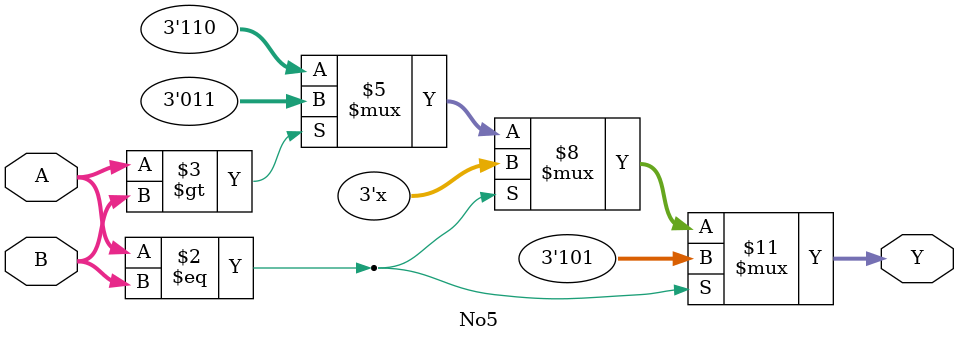
<source format=v>
`timescale 1ns / 1ps
module No5(A, B, Y);
	input [3:0] A;
	input [3:0] B;
	wire [3:0] A;
	wire [3:0] B;
	output [2:0] Y;
	reg [2:0] Y;
	always @ (*)
	if (A == B)
	begin
		Y = 3'b101;
	end else if (A > B)
	begin
		Y = 3'b011;
	end else
	begin
		Y = 3'b110;
	end
endmodule

</source>
